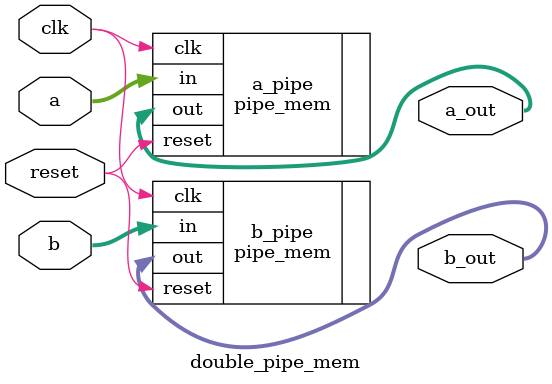
<source format=v>
`timescale 1ns / 1ps
module double_pipe_mem
#( parameter H = 3,
	W = 32
)
(
	input clk, reset,
	input [W-1:0] a,
	input [W-1:0] b,
	output [W-1:0] a_out,
	output [W-1:0] b_out
	);

	pipe_mem #(.H(H), .W(W) ) a_pipe ( .clk(clk), .reset(reset), .in(a), .out(a_out) );
	pipe_mem #(.H(H), .W(W) ) b_pipe ( .clk(clk), .reset(reset), .in(b), .out(b_out) );

endmodule

</source>
